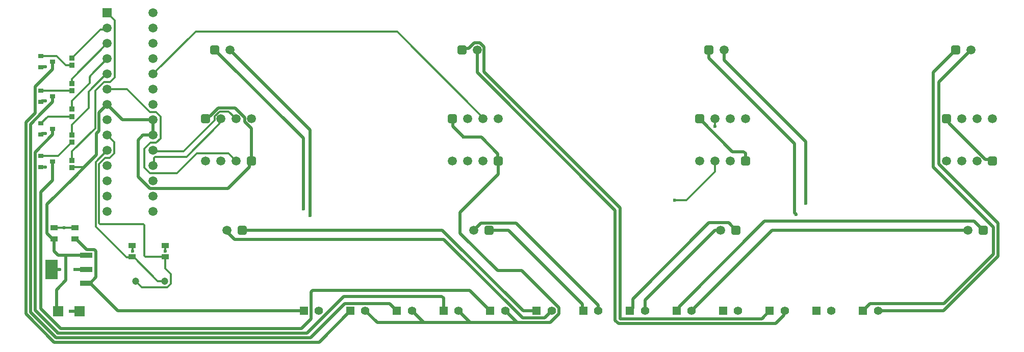
<source format=gbr>
%TF.GenerationSoftware,Altium Limited,Altium Designer,24.6.1 (21)*%
G04 Layer_Physical_Order=1*
G04 Layer_Color=255*
%FSLAX45Y45*%
%MOMM*%
%TF.SameCoordinates,9A433DDD-85E4-4EE4-B99C-1E68303A8431*%
%TF.FilePolarity,Positive*%
%TF.FileFunction,Copper,L1,Top,Signal*%
%TF.Part,Single*%
G01*
G75*
%TA.AperFunction,SMDPad,CuDef*%
%ADD10R,1.70000X1.68000*%
%ADD11R,0.90000X0.80000*%
%ADD12R,0.85822X0.80606*%
%ADD13R,2.15000X3.25000*%
%ADD14R,2.15000X0.95000*%
%ADD15R,1.30000X0.90000*%
%TA.AperFunction,Conductor*%
%ADD16C,0.50000*%
%ADD17C,0.12700*%
%ADD18C,0.30000*%
%TA.AperFunction,ViaPad*%
%ADD19C,0.60000*%
%TA.AperFunction,ComponentPad*%
%ADD20C,1.52000*%
G04:AMPARAMS|DCode=21|XSize=1.52mm|YSize=1.52mm|CornerRadius=0.38mm|HoleSize=0mm|Usage=FLASHONLY|Rotation=180.000|XOffset=0mm|YOffset=0mm|HoleType=Round|Shape=RoundedRectangle|*
%AMROUNDEDRECTD21*
21,1,1.52000,0.76000,0,0,180.0*
21,1,0.76000,1.52000,0,0,180.0*
1,1,0.76000,-0.38000,0.38000*
1,1,0.76000,0.38000,0.38000*
1,1,0.76000,0.38000,-0.38000*
1,1,0.76000,-0.38000,-0.38000*
%
%ADD21ROUNDEDRECTD21*%
%ADD22C,1.20000*%
%ADD23R,1.40000X1.40000*%
%ADD24C,1.40000*%
%ADD25C,1.50000*%
%ADD26R,1.50000X1.50000*%
D10*
X1029001Y800000D02*
D03*
X670998D02*
D03*
D11*
X381499Y4469930D02*
D03*
Y4279927D02*
D03*
X581499Y4374929D02*
D03*
X381499Y5045001D02*
D03*
Y4854999D02*
D03*
X581499Y4950000D02*
D03*
Y3291197D02*
D03*
X381499Y3196196D02*
D03*
Y3386198D02*
D03*
X581499Y3833065D02*
D03*
X381499Y3738064D02*
D03*
Y3928066D02*
D03*
D12*
X900000Y5010101D02*
D03*
Y4889888D02*
D03*
Y3735103D02*
D03*
Y3614889D02*
D03*
Y4160105D02*
D03*
Y4039892D02*
D03*
Y4585103D02*
D03*
Y4464890D02*
D03*
Y3189892D02*
D03*
Y3310110D02*
D03*
D13*
X559995Y1499999D02*
D03*
D14*
X1139999D02*
D03*
Y1269997D02*
D03*
Y1730001D02*
D03*
D15*
X600000Y2195004D02*
D03*
Y2005002D02*
D03*
X949997D02*
D03*
Y2195004D02*
D03*
X2449999Y1704997D02*
D03*
Y1895000D02*
D03*
X1899998Y1704997D02*
D03*
Y1895000D02*
D03*
D16*
X15461975Y3925821D02*
Y3957024D01*
Y3925821D02*
X16066495Y3321301D01*
X15419000Y3999999D02*
X15461975Y3957024D01*
X16066495Y3321301D02*
X16159698D01*
X16181000Y3300001D01*
X11472999Y5012167D02*
X12897507Y3587659D01*
X11472999Y5012167D02*
Y5149999D01*
X12897507Y2437633D02*
Y3587659D01*
X12919458Y2412977D02*
Y2415683D01*
X12897507Y2437633D02*
X12919458Y2415683D01*
X11472999Y5149999D02*
X11472999Y5149999D01*
X7686702Y2263700D02*
X8276409D01*
X9632952Y907158D01*
X7694033Y3700000D02*
X7972322Y3421711D01*
Y3308680D02*
X7981002Y3300001D01*
X7403321Y3700000D02*
X7694033D01*
X7972322Y3308680D02*
Y3421711D01*
X7227739Y3878289D02*
X7404674Y3701353D01*
X7981002Y3237999D02*
Y3300001D01*
X3881000D02*
Y3839203D01*
X7573002Y2150000D02*
X7686702Y2263700D01*
X3472999Y2127001D02*
X3600000Y2000000D01*
X7072233D01*
X3472999Y2127001D02*
Y2150000D01*
X3726999D02*
X7050000D01*
X7072233Y2000000D02*
X8383439Y688794D01*
X11572998Y2150000D02*
X11672998D01*
X11476402Y2276401D02*
X11800598D01*
X11951493Y2125505D01*
X16074207Y2102794D02*
Y2102800D01*
X15877003Y2300003D02*
X16074207Y2102800D01*
X12400002Y2300003D02*
X15877003D01*
X3767300Y3952903D02*
X3881000Y3839203D01*
X11318998Y3999999D02*
X11863996Y3455001D01*
X12051709D01*
X4851899Y2396837D02*
Y3818881D01*
X4740139Y2500977D02*
Y3682860D01*
X3273000Y5149999D02*
X4740139Y3682860D01*
X3523890Y5146890D02*
X4851899Y3818881D01*
X3490398Y2840398D02*
X3847599Y3197598D01*
X2000003Y3036857D02*
Y3648509D01*
X2196456Y2840398D02*
X3490398D01*
X2000003Y3036857D02*
X2196456Y2840398D01*
X3161975Y4042974D02*
X3194792D01*
X3329520Y4177703D02*
X3610092D01*
X3119000Y3999999D02*
X3161975Y4042974D01*
X3194792D02*
X3329520Y4177703D01*
X3847599Y3266600D02*
X3881000Y3300001D01*
X3847599Y3197598D02*
Y3266600D01*
X3767300Y3952903D02*
Y4020495D01*
X3610092Y4177703D02*
X3767300Y4020495D01*
X2079291Y3727797D02*
X2248399D01*
X2000003Y3648509D02*
X2079291Y3727797D01*
X7219002Y3999999D02*
X7227739Y3991262D01*
Y3878289D02*
Y3991262D01*
X7346601Y2446601D02*
X7981002Y3081002D01*
Y3237999D01*
X8288565Y613397D02*
X8840883D01*
X7346601Y2097646D02*
X7965889Y1478353D01*
X8367524D01*
X8840883Y613397D02*
X8986811Y759325D01*
X7346601Y2097646D02*
Y2446601D01*
X8367524Y1478353D02*
X8986811Y859066D01*
Y759325D02*
Y859066D01*
X8092767Y809195D02*
X8288565Y613397D01*
X7514922D02*
X8288565D01*
X7319123Y809195D02*
X7514922Y613397D01*
X6741278D02*
X7514922D01*
X6545480Y809195D02*
X6741278Y613397D01*
X5771842Y809195D02*
X5967640Y613397D01*
X6741278D01*
X8746009Y688794D02*
X8866410Y809195D01*
X8383439Y688794D02*
X8746009D01*
X7050000Y2150000D02*
X8390805Y809195D01*
X12080998Y3300001D02*
Y3425712D01*
X12051709Y3455001D02*
X12080998Y3425712D01*
X15200002Y4777000D02*
X15573001Y5149999D01*
X15292599Y3247646D02*
Y4615599D01*
X15832632Y5155632D01*
X13078960Y2594957D02*
Y3621041D01*
X11726999Y4973001D02*
Y5149999D01*
Y4973001D02*
X13078960Y3621041D01*
X1350997Y4100395D02*
X1486399Y4235797D01*
X7487507Y5171300D02*
X7579906Y5263699D01*
X7394303Y5171300D02*
X7487507D01*
X7373002Y5149999D02*
X7394303Y5171300D01*
X7740702Y4782299D02*
X10000002Y2522999D01*
X7579906Y5263699D02*
X7674098D01*
X7740702Y4782299D02*
Y5197095D01*
X7674098Y5263699D02*
X7740702Y5197095D01*
X10000002Y679289D02*
Y2522999D01*
X9919199Y653458D02*
Y2480801D01*
X7627002Y4772998D02*
Y5149999D01*
Y4772998D02*
X9919199Y2480801D01*
X1103345Y3196653D02*
X1305597Y3398908D01*
X956693Y3049998D02*
X1103345Y3196653D01*
X381499Y4854999D02*
X396501Y4870000D01*
X454992D01*
X381499Y4279927D02*
X396501Y4294929D01*
X454921D01*
X396501Y3753065D02*
X455784D01*
X381499Y3738064D02*
X396501Y3753065D01*
X210700Y789302D02*
Y3913543D01*
X382094Y2781226D02*
X581499Y2980631D01*
X210700Y789302D02*
X579269Y420728D01*
X286102Y820534D02*
Y3447077D01*
X581499Y2980631D02*
Y3291197D01*
X286102Y820534D02*
X654671Y451959D01*
X559995Y1499999D02*
X700000D01*
X286097Y4095574D02*
Y4530808D01*
X135297Y3944774D02*
X286097Y4095574D01*
Y4530808D02*
X300001Y4544707D01*
Y4544712D01*
X581499Y4826205D01*
X210700Y3913543D02*
X411283Y4114126D01*
X286102Y3447077D02*
X581499Y3742474D01*
X382094Y848631D02*
Y2781226D01*
X135297Y758070D02*
Y3944774D01*
Y758070D02*
X603968Y289399D01*
X484598Y2577904D02*
X956693Y3049998D01*
X484598Y2100404D02*
Y2577904D01*
X1305597Y3398908D02*
Y3755595D01*
X8390805Y809195D02*
X8616408D01*
X10003888Y675398D02*
X12350818D01*
X10000002Y679289D02*
X10003888Y675398D01*
X9919199Y653458D02*
X9972656Y600001D01*
X10208688Y854194D02*
Y1008692D01*
X11476402Y2276401D01*
X10413692Y809195D02*
Y990693D01*
X11572998Y2150000D01*
X10163690Y809195D02*
X10208688Y854194D01*
X14281898Y809195D02*
X15365828D01*
X15292599Y3247646D02*
X16275401Y2264844D01*
X15365828Y809195D02*
X16275401Y1718769D01*
Y2264844D01*
X16200000Y1750001D02*
Y2199998D01*
X15200002Y3200001D02*
X16200000Y2199998D01*
X15379594Y929596D02*
X16200000Y1750001D01*
X15200002Y3200001D02*
Y4777000D01*
X14152303Y929596D02*
X15379594D01*
X14031902Y809195D02*
X14152303Y929596D01*
X10982332Y882332D02*
X12400002Y2300003D01*
X11187335Y809195D02*
X12528140Y2150000D01*
X10937333Y809195D02*
X10982332Y854194D01*
Y882332D01*
X12528140Y2150000D02*
X15773000D01*
X12717395Y791974D02*
X12734617Y809195D01*
X12580174Y600001D02*
X12717395Y737222D01*
Y791974D01*
X9972656Y600001D02*
X12580174D01*
X12350818Y675398D02*
X12484615Y809195D01*
X9632952Y816292D02*
X9640048Y809195D01*
X9632952Y816292D02*
Y907158D01*
X8143374Y2150000D02*
X9375096Y918273D01*
X7827002Y2150000D02*
X8143374D01*
X9375096Y824151D02*
Y918273D01*
X635200Y364802D02*
X4864797D01*
X5429597Y929596D01*
X6175082D01*
X4799474Y440199D02*
X5409277Y1050002D01*
X666431Y440199D02*
X4799474D01*
X5409277Y1050002D02*
X7039835D01*
X4708968Y515602D02*
X4868602Y675236D01*
X715123Y515602D02*
X4708968D01*
X4868602Y675236D02*
Y1120711D01*
X6175082Y929596D02*
X6295483Y809195D01*
X603968Y289399D02*
X5002049D01*
X382094Y848631D02*
X715123Y515602D01*
X1350997Y3800995D02*
Y4100395D01*
X1305597Y3755595D02*
X1350997Y3800995D01*
X581499Y3742474D02*
Y3833065D01*
Y4284352D02*
Y4374929D01*
X411283Y4114137D02*
X581499Y4284352D01*
X411283Y4114126D02*
Y4114137D01*
X579269Y420728D02*
X635200Y364802D01*
X654671Y451959D02*
X666431Y440199D01*
X7069126Y809195D02*
Y1020711D01*
X4868602Y1120711D02*
X4897889Y1150002D01*
X7501963D02*
X7842770Y809195D01*
X4897889Y1150002D02*
X7501963D01*
X7039835Y1050002D02*
X7069126Y1020711D01*
X1740399Y3981797D02*
X2248399D01*
Y3727797D02*
Y3981797D01*
X1486399Y4235797D02*
X1740399Y3981797D01*
X9375096Y824151D02*
X9390051Y809195D01*
X5002049Y289399D02*
X5521845Y809195D01*
X581499Y4826205D02*
Y4950000D01*
X484598Y2100404D02*
X580000Y2005002D01*
X877678Y800000D02*
X1029001D01*
X642002Y829002D02*
Y1158242D01*
Y829002D02*
X670998Y800000D01*
X800000Y1316240D02*
Y1730001D01*
X642002Y1158242D02*
X800000Y1316240D01*
X1199999Y1269997D02*
X1660801Y809195D01*
X4748201D01*
X600000Y1801268D02*
Y2005002D01*
X671268Y1730001D02*
X800000D01*
X600000Y1801268D02*
X671268Y1730001D01*
X800000D02*
X1139999D01*
X381499Y4469930D02*
X384019Y4467410D01*
X897480D02*
X900000Y4464890D01*
X580000Y2005002D02*
X600000D01*
X950002Y1499999D02*
X1139999D01*
X1297901Y1367899D02*
Y1798378D01*
X1268376Y1827903D02*
X1297901Y1798378D01*
X969997Y2005002D02*
X1147096Y1827903D01*
X949997Y2005002D02*
X969997D01*
X1147096Y1827903D02*
X1268376D01*
X1199999Y1269997D02*
X1297901Y1367899D01*
X1139999Y1269997D02*
X1199999D01*
D17*
X381499Y3196196D02*
X383643Y3198340D01*
D18*
X462698D01*
X2449999Y1799998D02*
Y1895000D01*
X10904719Y2651396D02*
X11101396D01*
X11572998Y3122998D02*
Y3300001D01*
X11101396Y2651396D02*
X11572998Y3122998D01*
X11575647Y3877649D02*
X11578295Y3875001D01*
X11575647Y3877649D02*
Y3997351D01*
X11572998Y3999999D02*
X11575647Y3997351D01*
X6300000Y5450000D02*
X7727002Y4022999D01*
Y3999999D02*
Y4022999D01*
X2954602Y5450000D02*
X6300000D01*
X2248399Y4743797D02*
X2954602Y5450000D01*
X2100002Y3190852D02*
Y3502743D01*
X2976907Y3426401D02*
X3500599D01*
X2644904Y3094398D02*
X2976907Y3426401D01*
X3500599D02*
X3627000Y3300001D01*
X2196456Y3094398D02*
X2644904D01*
X2100002Y3190852D02*
X2196456Y3094398D01*
X2373799Y3675854D02*
Y4033740D01*
X1486399Y4489797D02*
X1817057D01*
X2297142Y4110398D02*
X2373799Y4033740D01*
X1817057Y4489797D02*
X2196456Y4110398D01*
X2297142D01*
X2199657Y3602398D02*
X2300342D01*
X2373799Y3675854D01*
X2100002Y3502743D02*
X2199657Y3602398D01*
X3351349Y4125003D02*
X3502101D01*
X3634572Y3992531D01*
X3269300Y4042953D02*
X3351349Y4125003D01*
X3269300Y3977017D02*
Y4042953D01*
X2753497Y3461214D02*
X3269300Y3977017D01*
X2281739Y3461214D02*
X2753497D01*
X2804596Y3371095D02*
X3349656Y3916155D01*
Y3976655D01*
X2281526Y3371095D02*
X2804596D01*
X3349656Y3976655D02*
X3373000Y3999999D01*
X2271361Y3450836D02*
X2281739Y3461214D01*
X906761Y3196653D02*
X1103345D01*
X2263949Y3235347D02*
Y3353523D01*
X2281526Y3371095D01*
X2248399Y3473797D02*
X2271361Y3450836D01*
X2248399Y3219797D02*
X2263949Y3235347D01*
X1956005Y1300005D02*
X2056406Y1199603D01*
X1919998Y1704997D02*
X2324991Y1300005D01*
X2444005D01*
X1899998Y1704997D02*
X1919998D01*
X2449999Y1513908D02*
Y1704997D01*
Y1513908D02*
X2544406Y1419501D01*
Y1258420D02*
Y1419501D01*
X2485595Y1199603D02*
X2544406Y1258420D01*
X2056406Y1199603D02*
X2485595D01*
X1367573Y2250000D02*
X2082426D01*
X2100002Y1722569D02*
Y2232428D01*
X2082426Y2250000D02*
X2100002Y2232428D01*
X1350001Y2267572D02*
X1367573Y2250000D01*
X1350001Y2267572D02*
Y3246600D01*
X2100002Y1722569D02*
X2117574Y1704997D01*
X2449999D01*
X1905002Y1799998D02*
Y1889996D01*
X1899998Y1895000D02*
X1905002Y1889996D01*
X668702Y3386198D02*
X897394Y3614889D01*
X381499Y3386198D02*
X668702D01*
X900000Y3189892D02*
X906761Y3196653D01*
X1195676Y4695675D02*
X1199999Y4699998D01*
X1195676Y4595675D02*
Y4695675D01*
X1199999Y4711397D02*
X1486399Y4997797D01*
X1199999Y4699998D02*
Y4711397D01*
X900000Y4299999D02*
X1195676Y4595675D01*
X900000Y4160105D02*
Y4299999D01*
X1181721Y4181264D02*
Y4454949D01*
X1431876Y4612617D02*
X1434456Y4615197D01*
X1431866Y4612617D02*
X1431876D01*
X1285597Y3845999D02*
Y4466348D01*
X1431866Y4612617D01*
X1181721Y4454949D02*
X1470570Y4743797D01*
X1486399D01*
X1601802Y3426000D02*
Y3612395D01*
X1486399Y3727797D02*
X1601802Y3612395D01*
X642774Y5045001D02*
X797887Y4889888D01*
X381499Y5045001D02*
X642774D01*
X384019Y4467410D02*
X897480D01*
X797887Y4889888D02*
X900000D01*
X386498Y3928066D02*
X498324Y4039892D01*
X900000D01*
X1294599Y2210788D02*
Y3281997D01*
X1486399Y3473797D01*
X1294599Y2210788D02*
X1807572Y1697814D01*
X1350001Y3246600D02*
X1450199Y3346797D01*
X1807572Y1697814D02*
X1892820D01*
X1899998Y1704997D01*
X1522599Y3346797D02*
X1601802Y3426000D01*
X1450199Y3346797D02*
X1522599D01*
X775001Y2195004D02*
X949997D01*
X600000D02*
X775001D01*
X900000Y3460402D02*
X1285597Y3845999D01*
X900000Y3899542D02*
X1181721Y4181264D01*
X1434456Y4615197D02*
X1535142D01*
X1611799Y4691854D01*
X900000Y3310110D02*
Y3460402D01*
X1486399Y5759797D02*
X1611799Y5634398D01*
Y4691854D02*
Y5634398D01*
X902606Y5010101D02*
X1375345Y5482836D01*
X1463438D01*
X1486399Y5505797D01*
X900000Y5010101D02*
X902606D01*
X900000Y4585103D02*
Y4665398D01*
X1486399Y5251797D01*
X381499Y3928066D02*
X386498D01*
X897394Y3614889D02*
X900000D01*
Y3735103D02*
Y3899542D01*
D19*
X7403321Y3700000D02*
D03*
X3881000Y3750000D02*
D03*
X454921Y4294929D02*
D03*
X1905002Y1799998D02*
D03*
X2449999D02*
D03*
X454992Y4870000D02*
D03*
X455784Y3753065D02*
D03*
X462698Y3198340D02*
D03*
X877678Y800000D02*
D03*
X775001Y2195004D02*
D03*
X700000Y1499999D02*
D03*
X950002D02*
D03*
X11578295Y3875001D02*
D03*
X10904719Y2651396D02*
D03*
X4851899Y2396837D02*
D03*
X12919458Y2412977D02*
D03*
X4740139Y2500977D02*
D03*
X13078960Y2594957D02*
D03*
D20*
X3119000Y3300001D02*
D03*
X3373000D02*
D03*
X3627000D02*
D03*
X3472999Y2150000D02*
D03*
X15673000Y3999999D02*
D03*
X15927000D02*
D03*
X16181000D02*
D03*
X15927000Y3300001D02*
D03*
X15673000D02*
D03*
X15419000D02*
D03*
X11826998D02*
D03*
X11572998D02*
D03*
X11318998D02*
D03*
X11572998Y3999999D02*
D03*
X11826998D02*
D03*
X12080998D02*
D03*
X7473002D02*
D03*
X7727002D02*
D03*
X7981002D02*
D03*
X7727002Y3300001D02*
D03*
X7473002D02*
D03*
X7219002D02*
D03*
X3373000Y3999999D02*
D03*
X3627000D02*
D03*
X3881000D02*
D03*
X15827000Y5149999D02*
D03*
X11726999D02*
D03*
X7627002D02*
D03*
X3527000D02*
D03*
X15773000Y2150000D02*
D03*
X11672998D02*
D03*
X7573002D02*
D03*
D21*
X3881000Y3300001D02*
D03*
X3726999Y2150000D02*
D03*
X15419000Y3999999D02*
D03*
X16181000Y3300001D02*
D03*
X12080998D02*
D03*
X11318998Y3999999D02*
D03*
X7219002D02*
D03*
X7981002Y3300001D02*
D03*
X3119000Y3999999D02*
D03*
X15573001Y5149999D02*
D03*
X11472999D02*
D03*
X7373002D02*
D03*
X3273000D02*
D03*
X16027000Y2150000D02*
D03*
X11926998D02*
D03*
X7827002D02*
D03*
D22*
X1956005Y1300005D02*
D03*
X2444005D02*
D03*
D23*
X10163690Y809195D02*
D03*
X13258258D02*
D03*
X4748201D02*
D03*
X6295483D02*
D03*
X5521845D02*
D03*
X7069126D02*
D03*
X7842770D02*
D03*
X8616408D02*
D03*
X9390051D02*
D03*
X12484615D02*
D03*
X11710976D02*
D03*
X10937333D02*
D03*
X14031902D02*
D03*
D24*
X10413692D02*
D03*
X13508255D02*
D03*
X4998198D02*
D03*
X6545480D02*
D03*
X5771842D02*
D03*
X7319123D02*
D03*
X8092767D02*
D03*
X8866410D02*
D03*
X9640048D02*
D03*
X12734617D02*
D03*
X11960973D02*
D03*
X11187335D02*
D03*
X14281898D02*
D03*
D25*
X1486399Y4235797D02*
D03*
X2248399Y3727797D02*
D03*
Y3981797D02*
D03*
X1486399D02*
D03*
X2248399Y4235797D02*
D03*
X1486399Y3473797D02*
D03*
Y3727797D02*
D03*
Y4489797D02*
D03*
Y3219797D02*
D03*
Y2965797D02*
D03*
Y2711797D02*
D03*
Y2457797D02*
D03*
X2248399D02*
D03*
Y2711797D02*
D03*
Y2965797D02*
D03*
Y3219797D02*
D03*
Y3473797D02*
D03*
Y4489797D02*
D03*
Y4743797D02*
D03*
Y4997797D02*
D03*
Y5251797D02*
D03*
Y5505797D02*
D03*
Y5759797D02*
D03*
X1486399Y5505797D02*
D03*
Y5251797D02*
D03*
Y4997797D02*
D03*
Y4743797D02*
D03*
D26*
Y5759797D02*
D03*
%TF.MD5,047d5ec17d9a4e0af139df17ab5aadec*%
M02*

</source>
